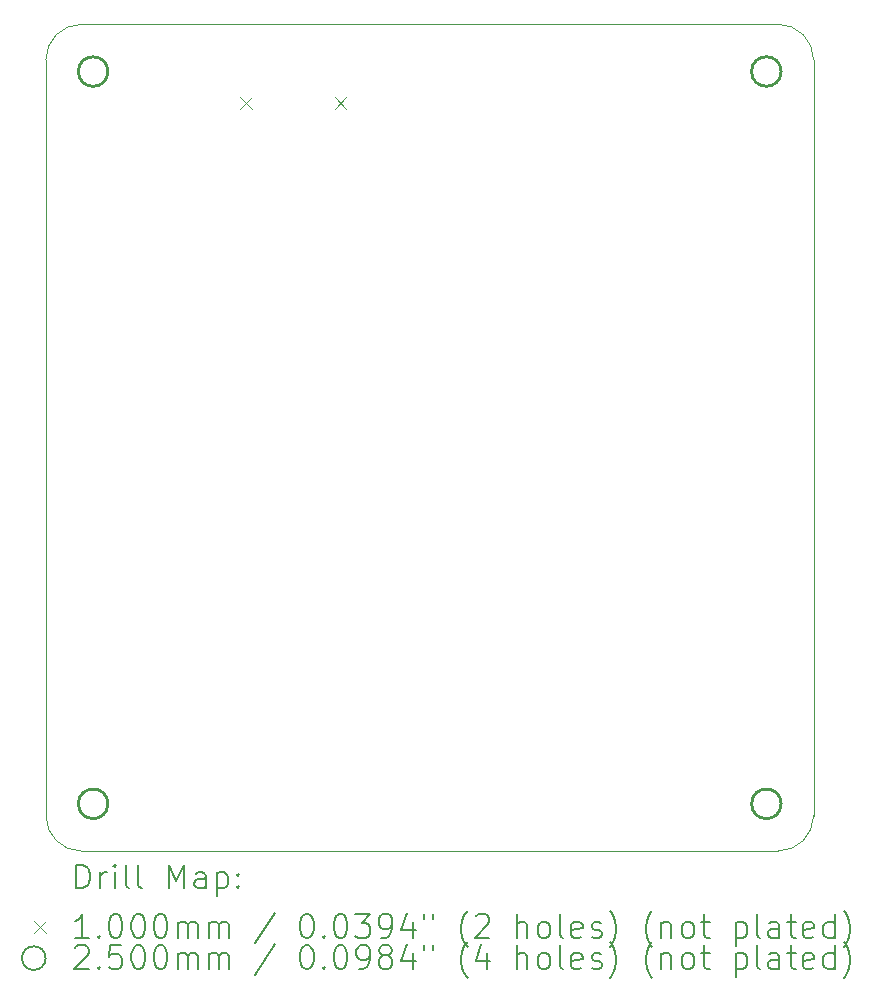
<source format=gbr>
%TF.GenerationSoftware,KiCad,Pcbnew,8.0.6*%
%TF.CreationDate,2025-01-17T16:43:45-08:00*%
%TF.ProjectId,AudioLux,41756469-6f4c-4757-982e-6b696361645f,rev?*%
%TF.SameCoordinates,Original*%
%TF.FileFunction,Drillmap*%
%TF.FilePolarity,Positive*%
%FSLAX45Y45*%
G04 Gerber Fmt 4.5, Leading zero omitted, Abs format (unit mm)*
G04 Created by KiCad (PCBNEW 8.0.6) date 2025-01-17 16:43:45*
%MOMM*%
%LPD*%
G01*
G04 APERTURE LIST*
%ADD10C,0.050000*%
%ADD11C,0.200000*%
%ADD12C,0.100000*%
%ADD13C,0.250000*%
G04 APERTURE END LIST*
D10*
X16500000Y-11700000D02*
G75*
G02*
X16200000Y-12000000I-300000J0D01*
G01*
X16500000Y-5300000D02*
X16500000Y-11700000D01*
X10300000Y-12000000D02*
G75*
G02*
X10000000Y-11700000I0J300000D01*
G01*
X10000000Y-5300000D02*
G75*
G02*
X10300000Y-5000000I300000J0D01*
G01*
X16200000Y-5000000D02*
G75*
G02*
X16500000Y-5300000I0J-300000D01*
G01*
X10300000Y-5000000D02*
X16200000Y-5000000D01*
X10000000Y-11700000D02*
X10000000Y-5300000D01*
X16200000Y-12000000D02*
X10300000Y-12000000D01*
D11*
D12*
X11645000Y-5616250D02*
X11745000Y-5716250D01*
X11745000Y-5616250D02*
X11645000Y-5716250D01*
X12445000Y-5616250D02*
X12545000Y-5716250D01*
X12545000Y-5616250D02*
X12445000Y-5716250D01*
D13*
X10525000Y-5400000D02*
G75*
G02*
X10275000Y-5400000I-125000J0D01*
G01*
X10275000Y-5400000D02*
G75*
G02*
X10525000Y-5400000I125000J0D01*
G01*
X10525000Y-11600000D02*
G75*
G02*
X10275000Y-11600000I-125000J0D01*
G01*
X10275000Y-11600000D02*
G75*
G02*
X10525000Y-11600000I125000J0D01*
G01*
X16225000Y-5400000D02*
G75*
G02*
X15975000Y-5400000I-125000J0D01*
G01*
X15975000Y-5400000D02*
G75*
G02*
X16225000Y-5400000I125000J0D01*
G01*
X16225000Y-11600000D02*
G75*
G02*
X15975000Y-11600000I-125000J0D01*
G01*
X15975000Y-11600000D02*
G75*
G02*
X16225000Y-11600000I125000J0D01*
G01*
D11*
X10258277Y-12313984D02*
X10258277Y-12113984D01*
X10258277Y-12113984D02*
X10305896Y-12113984D01*
X10305896Y-12113984D02*
X10334467Y-12123508D01*
X10334467Y-12123508D02*
X10353515Y-12142555D01*
X10353515Y-12142555D02*
X10363039Y-12161603D01*
X10363039Y-12161603D02*
X10372563Y-12199698D01*
X10372563Y-12199698D02*
X10372563Y-12228269D01*
X10372563Y-12228269D02*
X10363039Y-12266365D01*
X10363039Y-12266365D02*
X10353515Y-12285412D01*
X10353515Y-12285412D02*
X10334467Y-12304460D01*
X10334467Y-12304460D02*
X10305896Y-12313984D01*
X10305896Y-12313984D02*
X10258277Y-12313984D01*
X10458277Y-12313984D02*
X10458277Y-12180650D01*
X10458277Y-12218746D02*
X10467801Y-12199698D01*
X10467801Y-12199698D02*
X10477324Y-12190174D01*
X10477324Y-12190174D02*
X10496372Y-12180650D01*
X10496372Y-12180650D02*
X10515420Y-12180650D01*
X10582086Y-12313984D02*
X10582086Y-12180650D01*
X10582086Y-12113984D02*
X10572563Y-12123508D01*
X10572563Y-12123508D02*
X10582086Y-12133031D01*
X10582086Y-12133031D02*
X10591610Y-12123508D01*
X10591610Y-12123508D02*
X10582086Y-12113984D01*
X10582086Y-12113984D02*
X10582086Y-12133031D01*
X10705896Y-12313984D02*
X10686848Y-12304460D01*
X10686848Y-12304460D02*
X10677324Y-12285412D01*
X10677324Y-12285412D02*
X10677324Y-12113984D01*
X10810658Y-12313984D02*
X10791610Y-12304460D01*
X10791610Y-12304460D02*
X10782086Y-12285412D01*
X10782086Y-12285412D02*
X10782086Y-12113984D01*
X11039229Y-12313984D02*
X11039229Y-12113984D01*
X11039229Y-12113984D02*
X11105896Y-12256841D01*
X11105896Y-12256841D02*
X11172563Y-12113984D01*
X11172563Y-12113984D02*
X11172563Y-12313984D01*
X11353515Y-12313984D02*
X11353515Y-12209222D01*
X11353515Y-12209222D02*
X11343991Y-12190174D01*
X11343991Y-12190174D02*
X11324943Y-12180650D01*
X11324943Y-12180650D02*
X11286848Y-12180650D01*
X11286848Y-12180650D02*
X11267801Y-12190174D01*
X11353515Y-12304460D02*
X11334467Y-12313984D01*
X11334467Y-12313984D02*
X11286848Y-12313984D01*
X11286848Y-12313984D02*
X11267801Y-12304460D01*
X11267801Y-12304460D02*
X11258277Y-12285412D01*
X11258277Y-12285412D02*
X11258277Y-12266365D01*
X11258277Y-12266365D02*
X11267801Y-12247317D01*
X11267801Y-12247317D02*
X11286848Y-12237793D01*
X11286848Y-12237793D02*
X11334467Y-12237793D01*
X11334467Y-12237793D02*
X11353515Y-12228269D01*
X11448753Y-12180650D02*
X11448753Y-12380650D01*
X11448753Y-12190174D02*
X11467801Y-12180650D01*
X11467801Y-12180650D02*
X11505896Y-12180650D01*
X11505896Y-12180650D02*
X11524943Y-12190174D01*
X11524943Y-12190174D02*
X11534467Y-12199698D01*
X11534467Y-12199698D02*
X11543991Y-12218746D01*
X11543991Y-12218746D02*
X11543991Y-12275888D01*
X11543991Y-12275888D02*
X11534467Y-12294936D01*
X11534467Y-12294936D02*
X11524943Y-12304460D01*
X11524943Y-12304460D02*
X11505896Y-12313984D01*
X11505896Y-12313984D02*
X11467801Y-12313984D01*
X11467801Y-12313984D02*
X11448753Y-12304460D01*
X11629705Y-12294936D02*
X11639229Y-12304460D01*
X11639229Y-12304460D02*
X11629705Y-12313984D01*
X11629705Y-12313984D02*
X11620182Y-12304460D01*
X11620182Y-12304460D02*
X11629705Y-12294936D01*
X11629705Y-12294936D02*
X11629705Y-12313984D01*
X11629705Y-12190174D02*
X11639229Y-12199698D01*
X11639229Y-12199698D02*
X11629705Y-12209222D01*
X11629705Y-12209222D02*
X11620182Y-12199698D01*
X11620182Y-12199698D02*
X11629705Y-12190174D01*
X11629705Y-12190174D02*
X11629705Y-12209222D01*
D12*
X9897500Y-12592500D02*
X9997500Y-12692500D01*
X9997500Y-12592500D02*
X9897500Y-12692500D01*
D11*
X10363039Y-12733984D02*
X10248753Y-12733984D01*
X10305896Y-12733984D02*
X10305896Y-12533984D01*
X10305896Y-12533984D02*
X10286848Y-12562555D01*
X10286848Y-12562555D02*
X10267801Y-12581603D01*
X10267801Y-12581603D02*
X10248753Y-12591127D01*
X10448753Y-12714936D02*
X10458277Y-12724460D01*
X10458277Y-12724460D02*
X10448753Y-12733984D01*
X10448753Y-12733984D02*
X10439229Y-12724460D01*
X10439229Y-12724460D02*
X10448753Y-12714936D01*
X10448753Y-12714936D02*
X10448753Y-12733984D01*
X10582086Y-12533984D02*
X10601134Y-12533984D01*
X10601134Y-12533984D02*
X10620182Y-12543508D01*
X10620182Y-12543508D02*
X10629705Y-12553031D01*
X10629705Y-12553031D02*
X10639229Y-12572079D01*
X10639229Y-12572079D02*
X10648753Y-12610174D01*
X10648753Y-12610174D02*
X10648753Y-12657793D01*
X10648753Y-12657793D02*
X10639229Y-12695888D01*
X10639229Y-12695888D02*
X10629705Y-12714936D01*
X10629705Y-12714936D02*
X10620182Y-12724460D01*
X10620182Y-12724460D02*
X10601134Y-12733984D01*
X10601134Y-12733984D02*
X10582086Y-12733984D01*
X10582086Y-12733984D02*
X10563039Y-12724460D01*
X10563039Y-12724460D02*
X10553515Y-12714936D01*
X10553515Y-12714936D02*
X10543991Y-12695888D01*
X10543991Y-12695888D02*
X10534467Y-12657793D01*
X10534467Y-12657793D02*
X10534467Y-12610174D01*
X10534467Y-12610174D02*
X10543991Y-12572079D01*
X10543991Y-12572079D02*
X10553515Y-12553031D01*
X10553515Y-12553031D02*
X10563039Y-12543508D01*
X10563039Y-12543508D02*
X10582086Y-12533984D01*
X10772563Y-12533984D02*
X10791610Y-12533984D01*
X10791610Y-12533984D02*
X10810658Y-12543508D01*
X10810658Y-12543508D02*
X10820182Y-12553031D01*
X10820182Y-12553031D02*
X10829705Y-12572079D01*
X10829705Y-12572079D02*
X10839229Y-12610174D01*
X10839229Y-12610174D02*
X10839229Y-12657793D01*
X10839229Y-12657793D02*
X10829705Y-12695888D01*
X10829705Y-12695888D02*
X10820182Y-12714936D01*
X10820182Y-12714936D02*
X10810658Y-12724460D01*
X10810658Y-12724460D02*
X10791610Y-12733984D01*
X10791610Y-12733984D02*
X10772563Y-12733984D01*
X10772563Y-12733984D02*
X10753515Y-12724460D01*
X10753515Y-12724460D02*
X10743991Y-12714936D01*
X10743991Y-12714936D02*
X10734467Y-12695888D01*
X10734467Y-12695888D02*
X10724944Y-12657793D01*
X10724944Y-12657793D02*
X10724944Y-12610174D01*
X10724944Y-12610174D02*
X10734467Y-12572079D01*
X10734467Y-12572079D02*
X10743991Y-12553031D01*
X10743991Y-12553031D02*
X10753515Y-12543508D01*
X10753515Y-12543508D02*
X10772563Y-12533984D01*
X10963039Y-12533984D02*
X10982086Y-12533984D01*
X10982086Y-12533984D02*
X11001134Y-12543508D01*
X11001134Y-12543508D02*
X11010658Y-12553031D01*
X11010658Y-12553031D02*
X11020182Y-12572079D01*
X11020182Y-12572079D02*
X11029705Y-12610174D01*
X11029705Y-12610174D02*
X11029705Y-12657793D01*
X11029705Y-12657793D02*
X11020182Y-12695888D01*
X11020182Y-12695888D02*
X11010658Y-12714936D01*
X11010658Y-12714936D02*
X11001134Y-12724460D01*
X11001134Y-12724460D02*
X10982086Y-12733984D01*
X10982086Y-12733984D02*
X10963039Y-12733984D01*
X10963039Y-12733984D02*
X10943991Y-12724460D01*
X10943991Y-12724460D02*
X10934467Y-12714936D01*
X10934467Y-12714936D02*
X10924944Y-12695888D01*
X10924944Y-12695888D02*
X10915420Y-12657793D01*
X10915420Y-12657793D02*
X10915420Y-12610174D01*
X10915420Y-12610174D02*
X10924944Y-12572079D01*
X10924944Y-12572079D02*
X10934467Y-12553031D01*
X10934467Y-12553031D02*
X10943991Y-12543508D01*
X10943991Y-12543508D02*
X10963039Y-12533984D01*
X11115420Y-12733984D02*
X11115420Y-12600650D01*
X11115420Y-12619698D02*
X11124944Y-12610174D01*
X11124944Y-12610174D02*
X11143991Y-12600650D01*
X11143991Y-12600650D02*
X11172563Y-12600650D01*
X11172563Y-12600650D02*
X11191610Y-12610174D01*
X11191610Y-12610174D02*
X11201134Y-12629222D01*
X11201134Y-12629222D02*
X11201134Y-12733984D01*
X11201134Y-12629222D02*
X11210658Y-12610174D01*
X11210658Y-12610174D02*
X11229705Y-12600650D01*
X11229705Y-12600650D02*
X11258277Y-12600650D01*
X11258277Y-12600650D02*
X11277324Y-12610174D01*
X11277324Y-12610174D02*
X11286848Y-12629222D01*
X11286848Y-12629222D02*
X11286848Y-12733984D01*
X11382086Y-12733984D02*
X11382086Y-12600650D01*
X11382086Y-12619698D02*
X11391610Y-12610174D01*
X11391610Y-12610174D02*
X11410658Y-12600650D01*
X11410658Y-12600650D02*
X11439229Y-12600650D01*
X11439229Y-12600650D02*
X11458277Y-12610174D01*
X11458277Y-12610174D02*
X11467801Y-12629222D01*
X11467801Y-12629222D02*
X11467801Y-12733984D01*
X11467801Y-12629222D02*
X11477324Y-12610174D01*
X11477324Y-12610174D02*
X11496372Y-12600650D01*
X11496372Y-12600650D02*
X11524943Y-12600650D01*
X11524943Y-12600650D02*
X11543991Y-12610174D01*
X11543991Y-12610174D02*
X11553515Y-12629222D01*
X11553515Y-12629222D02*
X11553515Y-12733984D01*
X11943991Y-12524460D02*
X11772563Y-12781603D01*
X12201134Y-12533984D02*
X12220182Y-12533984D01*
X12220182Y-12533984D02*
X12239229Y-12543508D01*
X12239229Y-12543508D02*
X12248753Y-12553031D01*
X12248753Y-12553031D02*
X12258277Y-12572079D01*
X12258277Y-12572079D02*
X12267801Y-12610174D01*
X12267801Y-12610174D02*
X12267801Y-12657793D01*
X12267801Y-12657793D02*
X12258277Y-12695888D01*
X12258277Y-12695888D02*
X12248753Y-12714936D01*
X12248753Y-12714936D02*
X12239229Y-12724460D01*
X12239229Y-12724460D02*
X12220182Y-12733984D01*
X12220182Y-12733984D02*
X12201134Y-12733984D01*
X12201134Y-12733984D02*
X12182086Y-12724460D01*
X12182086Y-12724460D02*
X12172563Y-12714936D01*
X12172563Y-12714936D02*
X12163039Y-12695888D01*
X12163039Y-12695888D02*
X12153515Y-12657793D01*
X12153515Y-12657793D02*
X12153515Y-12610174D01*
X12153515Y-12610174D02*
X12163039Y-12572079D01*
X12163039Y-12572079D02*
X12172563Y-12553031D01*
X12172563Y-12553031D02*
X12182086Y-12543508D01*
X12182086Y-12543508D02*
X12201134Y-12533984D01*
X12353515Y-12714936D02*
X12363039Y-12724460D01*
X12363039Y-12724460D02*
X12353515Y-12733984D01*
X12353515Y-12733984D02*
X12343991Y-12724460D01*
X12343991Y-12724460D02*
X12353515Y-12714936D01*
X12353515Y-12714936D02*
X12353515Y-12733984D01*
X12486848Y-12533984D02*
X12505896Y-12533984D01*
X12505896Y-12533984D02*
X12524944Y-12543508D01*
X12524944Y-12543508D02*
X12534467Y-12553031D01*
X12534467Y-12553031D02*
X12543991Y-12572079D01*
X12543991Y-12572079D02*
X12553515Y-12610174D01*
X12553515Y-12610174D02*
X12553515Y-12657793D01*
X12553515Y-12657793D02*
X12543991Y-12695888D01*
X12543991Y-12695888D02*
X12534467Y-12714936D01*
X12534467Y-12714936D02*
X12524944Y-12724460D01*
X12524944Y-12724460D02*
X12505896Y-12733984D01*
X12505896Y-12733984D02*
X12486848Y-12733984D01*
X12486848Y-12733984D02*
X12467801Y-12724460D01*
X12467801Y-12724460D02*
X12458277Y-12714936D01*
X12458277Y-12714936D02*
X12448753Y-12695888D01*
X12448753Y-12695888D02*
X12439229Y-12657793D01*
X12439229Y-12657793D02*
X12439229Y-12610174D01*
X12439229Y-12610174D02*
X12448753Y-12572079D01*
X12448753Y-12572079D02*
X12458277Y-12553031D01*
X12458277Y-12553031D02*
X12467801Y-12543508D01*
X12467801Y-12543508D02*
X12486848Y-12533984D01*
X12620182Y-12533984D02*
X12743991Y-12533984D01*
X12743991Y-12533984D02*
X12677325Y-12610174D01*
X12677325Y-12610174D02*
X12705896Y-12610174D01*
X12705896Y-12610174D02*
X12724944Y-12619698D01*
X12724944Y-12619698D02*
X12734467Y-12629222D01*
X12734467Y-12629222D02*
X12743991Y-12648269D01*
X12743991Y-12648269D02*
X12743991Y-12695888D01*
X12743991Y-12695888D02*
X12734467Y-12714936D01*
X12734467Y-12714936D02*
X12724944Y-12724460D01*
X12724944Y-12724460D02*
X12705896Y-12733984D01*
X12705896Y-12733984D02*
X12648753Y-12733984D01*
X12648753Y-12733984D02*
X12629706Y-12724460D01*
X12629706Y-12724460D02*
X12620182Y-12714936D01*
X12839229Y-12733984D02*
X12877325Y-12733984D01*
X12877325Y-12733984D02*
X12896372Y-12724460D01*
X12896372Y-12724460D02*
X12905896Y-12714936D01*
X12905896Y-12714936D02*
X12924944Y-12686365D01*
X12924944Y-12686365D02*
X12934467Y-12648269D01*
X12934467Y-12648269D02*
X12934467Y-12572079D01*
X12934467Y-12572079D02*
X12924944Y-12553031D01*
X12924944Y-12553031D02*
X12915420Y-12543508D01*
X12915420Y-12543508D02*
X12896372Y-12533984D01*
X12896372Y-12533984D02*
X12858277Y-12533984D01*
X12858277Y-12533984D02*
X12839229Y-12543508D01*
X12839229Y-12543508D02*
X12829706Y-12553031D01*
X12829706Y-12553031D02*
X12820182Y-12572079D01*
X12820182Y-12572079D02*
X12820182Y-12619698D01*
X12820182Y-12619698D02*
X12829706Y-12638746D01*
X12829706Y-12638746D02*
X12839229Y-12648269D01*
X12839229Y-12648269D02*
X12858277Y-12657793D01*
X12858277Y-12657793D02*
X12896372Y-12657793D01*
X12896372Y-12657793D02*
X12915420Y-12648269D01*
X12915420Y-12648269D02*
X12924944Y-12638746D01*
X12924944Y-12638746D02*
X12934467Y-12619698D01*
X13105896Y-12600650D02*
X13105896Y-12733984D01*
X13058277Y-12524460D02*
X13010658Y-12667317D01*
X13010658Y-12667317D02*
X13134467Y-12667317D01*
X13201134Y-12533984D02*
X13201134Y-12572079D01*
X13277325Y-12533984D02*
X13277325Y-12572079D01*
X13572563Y-12810174D02*
X13563039Y-12800650D01*
X13563039Y-12800650D02*
X13543991Y-12772079D01*
X13543991Y-12772079D02*
X13534468Y-12753031D01*
X13534468Y-12753031D02*
X13524944Y-12724460D01*
X13524944Y-12724460D02*
X13515420Y-12676841D01*
X13515420Y-12676841D02*
X13515420Y-12638746D01*
X13515420Y-12638746D02*
X13524944Y-12591127D01*
X13524944Y-12591127D02*
X13534468Y-12562555D01*
X13534468Y-12562555D02*
X13543991Y-12543508D01*
X13543991Y-12543508D02*
X13563039Y-12514936D01*
X13563039Y-12514936D02*
X13572563Y-12505412D01*
X13639229Y-12553031D02*
X13648753Y-12543508D01*
X13648753Y-12543508D02*
X13667801Y-12533984D01*
X13667801Y-12533984D02*
X13715420Y-12533984D01*
X13715420Y-12533984D02*
X13734468Y-12543508D01*
X13734468Y-12543508D02*
X13743991Y-12553031D01*
X13743991Y-12553031D02*
X13753515Y-12572079D01*
X13753515Y-12572079D02*
X13753515Y-12591127D01*
X13753515Y-12591127D02*
X13743991Y-12619698D01*
X13743991Y-12619698D02*
X13629706Y-12733984D01*
X13629706Y-12733984D02*
X13753515Y-12733984D01*
X13991610Y-12733984D02*
X13991610Y-12533984D01*
X14077325Y-12733984D02*
X14077325Y-12629222D01*
X14077325Y-12629222D02*
X14067801Y-12610174D01*
X14067801Y-12610174D02*
X14048753Y-12600650D01*
X14048753Y-12600650D02*
X14020182Y-12600650D01*
X14020182Y-12600650D02*
X14001134Y-12610174D01*
X14001134Y-12610174D02*
X13991610Y-12619698D01*
X14201134Y-12733984D02*
X14182087Y-12724460D01*
X14182087Y-12724460D02*
X14172563Y-12714936D01*
X14172563Y-12714936D02*
X14163039Y-12695888D01*
X14163039Y-12695888D02*
X14163039Y-12638746D01*
X14163039Y-12638746D02*
X14172563Y-12619698D01*
X14172563Y-12619698D02*
X14182087Y-12610174D01*
X14182087Y-12610174D02*
X14201134Y-12600650D01*
X14201134Y-12600650D02*
X14229706Y-12600650D01*
X14229706Y-12600650D02*
X14248753Y-12610174D01*
X14248753Y-12610174D02*
X14258277Y-12619698D01*
X14258277Y-12619698D02*
X14267801Y-12638746D01*
X14267801Y-12638746D02*
X14267801Y-12695888D01*
X14267801Y-12695888D02*
X14258277Y-12714936D01*
X14258277Y-12714936D02*
X14248753Y-12724460D01*
X14248753Y-12724460D02*
X14229706Y-12733984D01*
X14229706Y-12733984D02*
X14201134Y-12733984D01*
X14382087Y-12733984D02*
X14363039Y-12724460D01*
X14363039Y-12724460D02*
X14353515Y-12705412D01*
X14353515Y-12705412D02*
X14353515Y-12533984D01*
X14534468Y-12724460D02*
X14515420Y-12733984D01*
X14515420Y-12733984D02*
X14477325Y-12733984D01*
X14477325Y-12733984D02*
X14458277Y-12724460D01*
X14458277Y-12724460D02*
X14448753Y-12705412D01*
X14448753Y-12705412D02*
X14448753Y-12629222D01*
X14448753Y-12629222D02*
X14458277Y-12610174D01*
X14458277Y-12610174D02*
X14477325Y-12600650D01*
X14477325Y-12600650D02*
X14515420Y-12600650D01*
X14515420Y-12600650D02*
X14534468Y-12610174D01*
X14534468Y-12610174D02*
X14543991Y-12629222D01*
X14543991Y-12629222D02*
X14543991Y-12648269D01*
X14543991Y-12648269D02*
X14448753Y-12667317D01*
X14620182Y-12724460D02*
X14639230Y-12733984D01*
X14639230Y-12733984D02*
X14677325Y-12733984D01*
X14677325Y-12733984D02*
X14696372Y-12724460D01*
X14696372Y-12724460D02*
X14705896Y-12705412D01*
X14705896Y-12705412D02*
X14705896Y-12695888D01*
X14705896Y-12695888D02*
X14696372Y-12676841D01*
X14696372Y-12676841D02*
X14677325Y-12667317D01*
X14677325Y-12667317D02*
X14648753Y-12667317D01*
X14648753Y-12667317D02*
X14629706Y-12657793D01*
X14629706Y-12657793D02*
X14620182Y-12638746D01*
X14620182Y-12638746D02*
X14620182Y-12629222D01*
X14620182Y-12629222D02*
X14629706Y-12610174D01*
X14629706Y-12610174D02*
X14648753Y-12600650D01*
X14648753Y-12600650D02*
X14677325Y-12600650D01*
X14677325Y-12600650D02*
X14696372Y-12610174D01*
X14772563Y-12810174D02*
X14782087Y-12800650D01*
X14782087Y-12800650D02*
X14801134Y-12772079D01*
X14801134Y-12772079D02*
X14810658Y-12753031D01*
X14810658Y-12753031D02*
X14820182Y-12724460D01*
X14820182Y-12724460D02*
X14829706Y-12676841D01*
X14829706Y-12676841D02*
X14829706Y-12638746D01*
X14829706Y-12638746D02*
X14820182Y-12591127D01*
X14820182Y-12591127D02*
X14810658Y-12562555D01*
X14810658Y-12562555D02*
X14801134Y-12543508D01*
X14801134Y-12543508D02*
X14782087Y-12514936D01*
X14782087Y-12514936D02*
X14772563Y-12505412D01*
X15134468Y-12810174D02*
X15124944Y-12800650D01*
X15124944Y-12800650D02*
X15105896Y-12772079D01*
X15105896Y-12772079D02*
X15096372Y-12753031D01*
X15096372Y-12753031D02*
X15086849Y-12724460D01*
X15086849Y-12724460D02*
X15077325Y-12676841D01*
X15077325Y-12676841D02*
X15077325Y-12638746D01*
X15077325Y-12638746D02*
X15086849Y-12591127D01*
X15086849Y-12591127D02*
X15096372Y-12562555D01*
X15096372Y-12562555D02*
X15105896Y-12543508D01*
X15105896Y-12543508D02*
X15124944Y-12514936D01*
X15124944Y-12514936D02*
X15134468Y-12505412D01*
X15210658Y-12600650D02*
X15210658Y-12733984D01*
X15210658Y-12619698D02*
X15220182Y-12610174D01*
X15220182Y-12610174D02*
X15239230Y-12600650D01*
X15239230Y-12600650D02*
X15267801Y-12600650D01*
X15267801Y-12600650D02*
X15286849Y-12610174D01*
X15286849Y-12610174D02*
X15296372Y-12629222D01*
X15296372Y-12629222D02*
X15296372Y-12733984D01*
X15420182Y-12733984D02*
X15401134Y-12724460D01*
X15401134Y-12724460D02*
X15391611Y-12714936D01*
X15391611Y-12714936D02*
X15382087Y-12695888D01*
X15382087Y-12695888D02*
X15382087Y-12638746D01*
X15382087Y-12638746D02*
X15391611Y-12619698D01*
X15391611Y-12619698D02*
X15401134Y-12610174D01*
X15401134Y-12610174D02*
X15420182Y-12600650D01*
X15420182Y-12600650D02*
X15448753Y-12600650D01*
X15448753Y-12600650D02*
X15467801Y-12610174D01*
X15467801Y-12610174D02*
X15477325Y-12619698D01*
X15477325Y-12619698D02*
X15486849Y-12638746D01*
X15486849Y-12638746D02*
X15486849Y-12695888D01*
X15486849Y-12695888D02*
X15477325Y-12714936D01*
X15477325Y-12714936D02*
X15467801Y-12724460D01*
X15467801Y-12724460D02*
X15448753Y-12733984D01*
X15448753Y-12733984D02*
X15420182Y-12733984D01*
X15543992Y-12600650D02*
X15620182Y-12600650D01*
X15572563Y-12533984D02*
X15572563Y-12705412D01*
X15572563Y-12705412D02*
X15582087Y-12724460D01*
X15582087Y-12724460D02*
X15601134Y-12733984D01*
X15601134Y-12733984D02*
X15620182Y-12733984D01*
X15839230Y-12600650D02*
X15839230Y-12800650D01*
X15839230Y-12610174D02*
X15858277Y-12600650D01*
X15858277Y-12600650D02*
X15896373Y-12600650D01*
X15896373Y-12600650D02*
X15915420Y-12610174D01*
X15915420Y-12610174D02*
X15924944Y-12619698D01*
X15924944Y-12619698D02*
X15934468Y-12638746D01*
X15934468Y-12638746D02*
X15934468Y-12695888D01*
X15934468Y-12695888D02*
X15924944Y-12714936D01*
X15924944Y-12714936D02*
X15915420Y-12724460D01*
X15915420Y-12724460D02*
X15896373Y-12733984D01*
X15896373Y-12733984D02*
X15858277Y-12733984D01*
X15858277Y-12733984D02*
X15839230Y-12724460D01*
X16048753Y-12733984D02*
X16029706Y-12724460D01*
X16029706Y-12724460D02*
X16020182Y-12705412D01*
X16020182Y-12705412D02*
X16020182Y-12533984D01*
X16210658Y-12733984D02*
X16210658Y-12629222D01*
X16210658Y-12629222D02*
X16201134Y-12610174D01*
X16201134Y-12610174D02*
X16182087Y-12600650D01*
X16182087Y-12600650D02*
X16143992Y-12600650D01*
X16143992Y-12600650D02*
X16124944Y-12610174D01*
X16210658Y-12724460D02*
X16191611Y-12733984D01*
X16191611Y-12733984D02*
X16143992Y-12733984D01*
X16143992Y-12733984D02*
X16124944Y-12724460D01*
X16124944Y-12724460D02*
X16115420Y-12705412D01*
X16115420Y-12705412D02*
X16115420Y-12686365D01*
X16115420Y-12686365D02*
X16124944Y-12667317D01*
X16124944Y-12667317D02*
X16143992Y-12657793D01*
X16143992Y-12657793D02*
X16191611Y-12657793D01*
X16191611Y-12657793D02*
X16210658Y-12648269D01*
X16277325Y-12600650D02*
X16353515Y-12600650D01*
X16305896Y-12533984D02*
X16305896Y-12705412D01*
X16305896Y-12705412D02*
X16315420Y-12724460D01*
X16315420Y-12724460D02*
X16334468Y-12733984D01*
X16334468Y-12733984D02*
X16353515Y-12733984D01*
X16496373Y-12724460D02*
X16477325Y-12733984D01*
X16477325Y-12733984D02*
X16439230Y-12733984D01*
X16439230Y-12733984D02*
X16420182Y-12724460D01*
X16420182Y-12724460D02*
X16410658Y-12705412D01*
X16410658Y-12705412D02*
X16410658Y-12629222D01*
X16410658Y-12629222D02*
X16420182Y-12610174D01*
X16420182Y-12610174D02*
X16439230Y-12600650D01*
X16439230Y-12600650D02*
X16477325Y-12600650D01*
X16477325Y-12600650D02*
X16496373Y-12610174D01*
X16496373Y-12610174D02*
X16505896Y-12629222D01*
X16505896Y-12629222D02*
X16505896Y-12648269D01*
X16505896Y-12648269D02*
X16410658Y-12667317D01*
X16677325Y-12733984D02*
X16677325Y-12533984D01*
X16677325Y-12724460D02*
X16658277Y-12733984D01*
X16658277Y-12733984D02*
X16620182Y-12733984D01*
X16620182Y-12733984D02*
X16601134Y-12724460D01*
X16601134Y-12724460D02*
X16591611Y-12714936D01*
X16591611Y-12714936D02*
X16582087Y-12695888D01*
X16582087Y-12695888D02*
X16582087Y-12638746D01*
X16582087Y-12638746D02*
X16591611Y-12619698D01*
X16591611Y-12619698D02*
X16601134Y-12610174D01*
X16601134Y-12610174D02*
X16620182Y-12600650D01*
X16620182Y-12600650D02*
X16658277Y-12600650D01*
X16658277Y-12600650D02*
X16677325Y-12610174D01*
X16753515Y-12810174D02*
X16763039Y-12800650D01*
X16763039Y-12800650D02*
X16782087Y-12772079D01*
X16782087Y-12772079D02*
X16791611Y-12753031D01*
X16791611Y-12753031D02*
X16801135Y-12724460D01*
X16801135Y-12724460D02*
X16810658Y-12676841D01*
X16810658Y-12676841D02*
X16810658Y-12638746D01*
X16810658Y-12638746D02*
X16801135Y-12591127D01*
X16801135Y-12591127D02*
X16791611Y-12562555D01*
X16791611Y-12562555D02*
X16782087Y-12543508D01*
X16782087Y-12543508D02*
X16763039Y-12514936D01*
X16763039Y-12514936D02*
X16753515Y-12505412D01*
X9997500Y-12906500D02*
G75*
G02*
X9797500Y-12906500I-100000J0D01*
G01*
X9797500Y-12906500D02*
G75*
G02*
X9997500Y-12906500I100000J0D01*
G01*
X10248753Y-12817031D02*
X10258277Y-12807508D01*
X10258277Y-12807508D02*
X10277324Y-12797984D01*
X10277324Y-12797984D02*
X10324944Y-12797984D01*
X10324944Y-12797984D02*
X10343991Y-12807508D01*
X10343991Y-12807508D02*
X10353515Y-12817031D01*
X10353515Y-12817031D02*
X10363039Y-12836079D01*
X10363039Y-12836079D02*
X10363039Y-12855127D01*
X10363039Y-12855127D02*
X10353515Y-12883698D01*
X10353515Y-12883698D02*
X10239229Y-12997984D01*
X10239229Y-12997984D02*
X10363039Y-12997984D01*
X10448753Y-12978936D02*
X10458277Y-12988460D01*
X10458277Y-12988460D02*
X10448753Y-12997984D01*
X10448753Y-12997984D02*
X10439229Y-12988460D01*
X10439229Y-12988460D02*
X10448753Y-12978936D01*
X10448753Y-12978936D02*
X10448753Y-12997984D01*
X10639229Y-12797984D02*
X10543991Y-12797984D01*
X10543991Y-12797984D02*
X10534467Y-12893222D01*
X10534467Y-12893222D02*
X10543991Y-12883698D01*
X10543991Y-12883698D02*
X10563039Y-12874174D01*
X10563039Y-12874174D02*
X10610658Y-12874174D01*
X10610658Y-12874174D02*
X10629705Y-12883698D01*
X10629705Y-12883698D02*
X10639229Y-12893222D01*
X10639229Y-12893222D02*
X10648753Y-12912269D01*
X10648753Y-12912269D02*
X10648753Y-12959888D01*
X10648753Y-12959888D02*
X10639229Y-12978936D01*
X10639229Y-12978936D02*
X10629705Y-12988460D01*
X10629705Y-12988460D02*
X10610658Y-12997984D01*
X10610658Y-12997984D02*
X10563039Y-12997984D01*
X10563039Y-12997984D02*
X10543991Y-12988460D01*
X10543991Y-12988460D02*
X10534467Y-12978936D01*
X10772563Y-12797984D02*
X10791610Y-12797984D01*
X10791610Y-12797984D02*
X10810658Y-12807508D01*
X10810658Y-12807508D02*
X10820182Y-12817031D01*
X10820182Y-12817031D02*
X10829705Y-12836079D01*
X10829705Y-12836079D02*
X10839229Y-12874174D01*
X10839229Y-12874174D02*
X10839229Y-12921793D01*
X10839229Y-12921793D02*
X10829705Y-12959888D01*
X10829705Y-12959888D02*
X10820182Y-12978936D01*
X10820182Y-12978936D02*
X10810658Y-12988460D01*
X10810658Y-12988460D02*
X10791610Y-12997984D01*
X10791610Y-12997984D02*
X10772563Y-12997984D01*
X10772563Y-12997984D02*
X10753515Y-12988460D01*
X10753515Y-12988460D02*
X10743991Y-12978936D01*
X10743991Y-12978936D02*
X10734467Y-12959888D01*
X10734467Y-12959888D02*
X10724944Y-12921793D01*
X10724944Y-12921793D02*
X10724944Y-12874174D01*
X10724944Y-12874174D02*
X10734467Y-12836079D01*
X10734467Y-12836079D02*
X10743991Y-12817031D01*
X10743991Y-12817031D02*
X10753515Y-12807508D01*
X10753515Y-12807508D02*
X10772563Y-12797984D01*
X10963039Y-12797984D02*
X10982086Y-12797984D01*
X10982086Y-12797984D02*
X11001134Y-12807508D01*
X11001134Y-12807508D02*
X11010658Y-12817031D01*
X11010658Y-12817031D02*
X11020182Y-12836079D01*
X11020182Y-12836079D02*
X11029705Y-12874174D01*
X11029705Y-12874174D02*
X11029705Y-12921793D01*
X11029705Y-12921793D02*
X11020182Y-12959888D01*
X11020182Y-12959888D02*
X11010658Y-12978936D01*
X11010658Y-12978936D02*
X11001134Y-12988460D01*
X11001134Y-12988460D02*
X10982086Y-12997984D01*
X10982086Y-12997984D02*
X10963039Y-12997984D01*
X10963039Y-12997984D02*
X10943991Y-12988460D01*
X10943991Y-12988460D02*
X10934467Y-12978936D01*
X10934467Y-12978936D02*
X10924944Y-12959888D01*
X10924944Y-12959888D02*
X10915420Y-12921793D01*
X10915420Y-12921793D02*
X10915420Y-12874174D01*
X10915420Y-12874174D02*
X10924944Y-12836079D01*
X10924944Y-12836079D02*
X10934467Y-12817031D01*
X10934467Y-12817031D02*
X10943991Y-12807508D01*
X10943991Y-12807508D02*
X10963039Y-12797984D01*
X11115420Y-12997984D02*
X11115420Y-12864650D01*
X11115420Y-12883698D02*
X11124944Y-12874174D01*
X11124944Y-12874174D02*
X11143991Y-12864650D01*
X11143991Y-12864650D02*
X11172563Y-12864650D01*
X11172563Y-12864650D02*
X11191610Y-12874174D01*
X11191610Y-12874174D02*
X11201134Y-12893222D01*
X11201134Y-12893222D02*
X11201134Y-12997984D01*
X11201134Y-12893222D02*
X11210658Y-12874174D01*
X11210658Y-12874174D02*
X11229705Y-12864650D01*
X11229705Y-12864650D02*
X11258277Y-12864650D01*
X11258277Y-12864650D02*
X11277324Y-12874174D01*
X11277324Y-12874174D02*
X11286848Y-12893222D01*
X11286848Y-12893222D02*
X11286848Y-12997984D01*
X11382086Y-12997984D02*
X11382086Y-12864650D01*
X11382086Y-12883698D02*
X11391610Y-12874174D01*
X11391610Y-12874174D02*
X11410658Y-12864650D01*
X11410658Y-12864650D02*
X11439229Y-12864650D01*
X11439229Y-12864650D02*
X11458277Y-12874174D01*
X11458277Y-12874174D02*
X11467801Y-12893222D01*
X11467801Y-12893222D02*
X11467801Y-12997984D01*
X11467801Y-12893222D02*
X11477324Y-12874174D01*
X11477324Y-12874174D02*
X11496372Y-12864650D01*
X11496372Y-12864650D02*
X11524943Y-12864650D01*
X11524943Y-12864650D02*
X11543991Y-12874174D01*
X11543991Y-12874174D02*
X11553515Y-12893222D01*
X11553515Y-12893222D02*
X11553515Y-12997984D01*
X11943991Y-12788460D02*
X11772563Y-13045603D01*
X12201134Y-12797984D02*
X12220182Y-12797984D01*
X12220182Y-12797984D02*
X12239229Y-12807508D01*
X12239229Y-12807508D02*
X12248753Y-12817031D01*
X12248753Y-12817031D02*
X12258277Y-12836079D01*
X12258277Y-12836079D02*
X12267801Y-12874174D01*
X12267801Y-12874174D02*
X12267801Y-12921793D01*
X12267801Y-12921793D02*
X12258277Y-12959888D01*
X12258277Y-12959888D02*
X12248753Y-12978936D01*
X12248753Y-12978936D02*
X12239229Y-12988460D01*
X12239229Y-12988460D02*
X12220182Y-12997984D01*
X12220182Y-12997984D02*
X12201134Y-12997984D01*
X12201134Y-12997984D02*
X12182086Y-12988460D01*
X12182086Y-12988460D02*
X12172563Y-12978936D01*
X12172563Y-12978936D02*
X12163039Y-12959888D01*
X12163039Y-12959888D02*
X12153515Y-12921793D01*
X12153515Y-12921793D02*
X12153515Y-12874174D01*
X12153515Y-12874174D02*
X12163039Y-12836079D01*
X12163039Y-12836079D02*
X12172563Y-12817031D01*
X12172563Y-12817031D02*
X12182086Y-12807508D01*
X12182086Y-12807508D02*
X12201134Y-12797984D01*
X12353515Y-12978936D02*
X12363039Y-12988460D01*
X12363039Y-12988460D02*
X12353515Y-12997984D01*
X12353515Y-12997984D02*
X12343991Y-12988460D01*
X12343991Y-12988460D02*
X12353515Y-12978936D01*
X12353515Y-12978936D02*
X12353515Y-12997984D01*
X12486848Y-12797984D02*
X12505896Y-12797984D01*
X12505896Y-12797984D02*
X12524944Y-12807508D01*
X12524944Y-12807508D02*
X12534467Y-12817031D01*
X12534467Y-12817031D02*
X12543991Y-12836079D01*
X12543991Y-12836079D02*
X12553515Y-12874174D01*
X12553515Y-12874174D02*
X12553515Y-12921793D01*
X12553515Y-12921793D02*
X12543991Y-12959888D01*
X12543991Y-12959888D02*
X12534467Y-12978936D01*
X12534467Y-12978936D02*
X12524944Y-12988460D01*
X12524944Y-12988460D02*
X12505896Y-12997984D01*
X12505896Y-12997984D02*
X12486848Y-12997984D01*
X12486848Y-12997984D02*
X12467801Y-12988460D01*
X12467801Y-12988460D02*
X12458277Y-12978936D01*
X12458277Y-12978936D02*
X12448753Y-12959888D01*
X12448753Y-12959888D02*
X12439229Y-12921793D01*
X12439229Y-12921793D02*
X12439229Y-12874174D01*
X12439229Y-12874174D02*
X12448753Y-12836079D01*
X12448753Y-12836079D02*
X12458277Y-12817031D01*
X12458277Y-12817031D02*
X12467801Y-12807508D01*
X12467801Y-12807508D02*
X12486848Y-12797984D01*
X12648753Y-12997984D02*
X12686848Y-12997984D01*
X12686848Y-12997984D02*
X12705896Y-12988460D01*
X12705896Y-12988460D02*
X12715420Y-12978936D01*
X12715420Y-12978936D02*
X12734467Y-12950365D01*
X12734467Y-12950365D02*
X12743991Y-12912269D01*
X12743991Y-12912269D02*
X12743991Y-12836079D01*
X12743991Y-12836079D02*
X12734467Y-12817031D01*
X12734467Y-12817031D02*
X12724944Y-12807508D01*
X12724944Y-12807508D02*
X12705896Y-12797984D01*
X12705896Y-12797984D02*
X12667801Y-12797984D01*
X12667801Y-12797984D02*
X12648753Y-12807508D01*
X12648753Y-12807508D02*
X12639229Y-12817031D01*
X12639229Y-12817031D02*
X12629706Y-12836079D01*
X12629706Y-12836079D02*
X12629706Y-12883698D01*
X12629706Y-12883698D02*
X12639229Y-12902746D01*
X12639229Y-12902746D02*
X12648753Y-12912269D01*
X12648753Y-12912269D02*
X12667801Y-12921793D01*
X12667801Y-12921793D02*
X12705896Y-12921793D01*
X12705896Y-12921793D02*
X12724944Y-12912269D01*
X12724944Y-12912269D02*
X12734467Y-12902746D01*
X12734467Y-12902746D02*
X12743991Y-12883698D01*
X12858277Y-12883698D02*
X12839229Y-12874174D01*
X12839229Y-12874174D02*
X12829706Y-12864650D01*
X12829706Y-12864650D02*
X12820182Y-12845603D01*
X12820182Y-12845603D02*
X12820182Y-12836079D01*
X12820182Y-12836079D02*
X12829706Y-12817031D01*
X12829706Y-12817031D02*
X12839229Y-12807508D01*
X12839229Y-12807508D02*
X12858277Y-12797984D01*
X12858277Y-12797984D02*
X12896372Y-12797984D01*
X12896372Y-12797984D02*
X12915420Y-12807508D01*
X12915420Y-12807508D02*
X12924944Y-12817031D01*
X12924944Y-12817031D02*
X12934467Y-12836079D01*
X12934467Y-12836079D02*
X12934467Y-12845603D01*
X12934467Y-12845603D02*
X12924944Y-12864650D01*
X12924944Y-12864650D02*
X12915420Y-12874174D01*
X12915420Y-12874174D02*
X12896372Y-12883698D01*
X12896372Y-12883698D02*
X12858277Y-12883698D01*
X12858277Y-12883698D02*
X12839229Y-12893222D01*
X12839229Y-12893222D02*
X12829706Y-12902746D01*
X12829706Y-12902746D02*
X12820182Y-12921793D01*
X12820182Y-12921793D02*
X12820182Y-12959888D01*
X12820182Y-12959888D02*
X12829706Y-12978936D01*
X12829706Y-12978936D02*
X12839229Y-12988460D01*
X12839229Y-12988460D02*
X12858277Y-12997984D01*
X12858277Y-12997984D02*
X12896372Y-12997984D01*
X12896372Y-12997984D02*
X12915420Y-12988460D01*
X12915420Y-12988460D02*
X12924944Y-12978936D01*
X12924944Y-12978936D02*
X12934467Y-12959888D01*
X12934467Y-12959888D02*
X12934467Y-12921793D01*
X12934467Y-12921793D02*
X12924944Y-12902746D01*
X12924944Y-12902746D02*
X12915420Y-12893222D01*
X12915420Y-12893222D02*
X12896372Y-12883698D01*
X13105896Y-12864650D02*
X13105896Y-12997984D01*
X13058277Y-12788460D02*
X13010658Y-12931317D01*
X13010658Y-12931317D02*
X13134467Y-12931317D01*
X13201134Y-12797984D02*
X13201134Y-12836079D01*
X13277325Y-12797984D02*
X13277325Y-12836079D01*
X13572563Y-13074174D02*
X13563039Y-13064650D01*
X13563039Y-13064650D02*
X13543991Y-13036079D01*
X13543991Y-13036079D02*
X13534468Y-13017031D01*
X13534468Y-13017031D02*
X13524944Y-12988460D01*
X13524944Y-12988460D02*
X13515420Y-12940841D01*
X13515420Y-12940841D02*
X13515420Y-12902746D01*
X13515420Y-12902746D02*
X13524944Y-12855127D01*
X13524944Y-12855127D02*
X13534468Y-12826555D01*
X13534468Y-12826555D02*
X13543991Y-12807508D01*
X13543991Y-12807508D02*
X13563039Y-12778936D01*
X13563039Y-12778936D02*
X13572563Y-12769412D01*
X13734468Y-12864650D02*
X13734468Y-12997984D01*
X13686848Y-12788460D02*
X13639229Y-12931317D01*
X13639229Y-12931317D02*
X13763039Y-12931317D01*
X13991610Y-12997984D02*
X13991610Y-12797984D01*
X14077325Y-12997984D02*
X14077325Y-12893222D01*
X14077325Y-12893222D02*
X14067801Y-12874174D01*
X14067801Y-12874174D02*
X14048753Y-12864650D01*
X14048753Y-12864650D02*
X14020182Y-12864650D01*
X14020182Y-12864650D02*
X14001134Y-12874174D01*
X14001134Y-12874174D02*
X13991610Y-12883698D01*
X14201134Y-12997984D02*
X14182087Y-12988460D01*
X14182087Y-12988460D02*
X14172563Y-12978936D01*
X14172563Y-12978936D02*
X14163039Y-12959888D01*
X14163039Y-12959888D02*
X14163039Y-12902746D01*
X14163039Y-12902746D02*
X14172563Y-12883698D01*
X14172563Y-12883698D02*
X14182087Y-12874174D01*
X14182087Y-12874174D02*
X14201134Y-12864650D01*
X14201134Y-12864650D02*
X14229706Y-12864650D01*
X14229706Y-12864650D02*
X14248753Y-12874174D01*
X14248753Y-12874174D02*
X14258277Y-12883698D01*
X14258277Y-12883698D02*
X14267801Y-12902746D01*
X14267801Y-12902746D02*
X14267801Y-12959888D01*
X14267801Y-12959888D02*
X14258277Y-12978936D01*
X14258277Y-12978936D02*
X14248753Y-12988460D01*
X14248753Y-12988460D02*
X14229706Y-12997984D01*
X14229706Y-12997984D02*
X14201134Y-12997984D01*
X14382087Y-12997984D02*
X14363039Y-12988460D01*
X14363039Y-12988460D02*
X14353515Y-12969412D01*
X14353515Y-12969412D02*
X14353515Y-12797984D01*
X14534468Y-12988460D02*
X14515420Y-12997984D01*
X14515420Y-12997984D02*
X14477325Y-12997984D01*
X14477325Y-12997984D02*
X14458277Y-12988460D01*
X14458277Y-12988460D02*
X14448753Y-12969412D01*
X14448753Y-12969412D02*
X14448753Y-12893222D01*
X14448753Y-12893222D02*
X14458277Y-12874174D01*
X14458277Y-12874174D02*
X14477325Y-12864650D01*
X14477325Y-12864650D02*
X14515420Y-12864650D01*
X14515420Y-12864650D02*
X14534468Y-12874174D01*
X14534468Y-12874174D02*
X14543991Y-12893222D01*
X14543991Y-12893222D02*
X14543991Y-12912269D01*
X14543991Y-12912269D02*
X14448753Y-12931317D01*
X14620182Y-12988460D02*
X14639230Y-12997984D01*
X14639230Y-12997984D02*
X14677325Y-12997984D01*
X14677325Y-12997984D02*
X14696372Y-12988460D01*
X14696372Y-12988460D02*
X14705896Y-12969412D01*
X14705896Y-12969412D02*
X14705896Y-12959888D01*
X14705896Y-12959888D02*
X14696372Y-12940841D01*
X14696372Y-12940841D02*
X14677325Y-12931317D01*
X14677325Y-12931317D02*
X14648753Y-12931317D01*
X14648753Y-12931317D02*
X14629706Y-12921793D01*
X14629706Y-12921793D02*
X14620182Y-12902746D01*
X14620182Y-12902746D02*
X14620182Y-12893222D01*
X14620182Y-12893222D02*
X14629706Y-12874174D01*
X14629706Y-12874174D02*
X14648753Y-12864650D01*
X14648753Y-12864650D02*
X14677325Y-12864650D01*
X14677325Y-12864650D02*
X14696372Y-12874174D01*
X14772563Y-13074174D02*
X14782087Y-13064650D01*
X14782087Y-13064650D02*
X14801134Y-13036079D01*
X14801134Y-13036079D02*
X14810658Y-13017031D01*
X14810658Y-13017031D02*
X14820182Y-12988460D01*
X14820182Y-12988460D02*
X14829706Y-12940841D01*
X14829706Y-12940841D02*
X14829706Y-12902746D01*
X14829706Y-12902746D02*
X14820182Y-12855127D01*
X14820182Y-12855127D02*
X14810658Y-12826555D01*
X14810658Y-12826555D02*
X14801134Y-12807508D01*
X14801134Y-12807508D02*
X14782087Y-12778936D01*
X14782087Y-12778936D02*
X14772563Y-12769412D01*
X15134468Y-13074174D02*
X15124944Y-13064650D01*
X15124944Y-13064650D02*
X15105896Y-13036079D01*
X15105896Y-13036079D02*
X15096372Y-13017031D01*
X15096372Y-13017031D02*
X15086849Y-12988460D01*
X15086849Y-12988460D02*
X15077325Y-12940841D01*
X15077325Y-12940841D02*
X15077325Y-12902746D01*
X15077325Y-12902746D02*
X15086849Y-12855127D01*
X15086849Y-12855127D02*
X15096372Y-12826555D01*
X15096372Y-12826555D02*
X15105896Y-12807508D01*
X15105896Y-12807508D02*
X15124944Y-12778936D01*
X15124944Y-12778936D02*
X15134468Y-12769412D01*
X15210658Y-12864650D02*
X15210658Y-12997984D01*
X15210658Y-12883698D02*
X15220182Y-12874174D01*
X15220182Y-12874174D02*
X15239230Y-12864650D01*
X15239230Y-12864650D02*
X15267801Y-12864650D01*
X15267801Y-12864650D02*
X15286849Y-12874174D01*
X15286849Y-12874174D02*
X15296372Y-12893222D01*
X15296372Y-12893222D02*
X15296372Y-12997984D01*
X15420182Y-12997984D02*
X15401134Y-12988460D01*
X15401134Y-12988460D02*
X15391611Y-12978936D01*
X15391611Y-12978936D02*
X15382087Y-12959888D01*
X15382087Y-12959888D02*
X15382087Y-12902746D01*
X15382087Y-12902746D02*
X15391611Y-12883698D01*
X15391611Y-12883698D02*
X15401134Y-12874174D01*
X15401134Y-12874174D02*
X15420182Y-12864650D01*
X15420182Y-12864650D02*
X15448753Y-12864650D01*
X15448753Y-12864650D02*
X15467801Y-12874174D01*
X15467801Y-12874174D02*
X15477325Y-12883698D01*
X15477325Y-12883698D02*
X15486849Y-12902746D01*
X15486849Y-12902746D02*
X15486849Y-12959888D01*
X15486849Y-12959888D02*
X15477325Y-12978936D01*
X15477325Y-12978936D02*
X15467801Y-12988460D01*
X15467801Y-12988460D02*
X15448753Y-12997984D01*
X15448753Y-12997984D02*
X15420182Y-12997984D01*
X15543992Y-12864650D02*
X15620182Y-12864650D01*
X15572563Y-12797984D02*
X15572563Y-12969412D01*
X15572563Y-12969412D02*
X15582087Y-12988460D01*
X15582087Y-12988460D02*
X15601134Y-12997984D01*
X15601134Y-12997984D02*
X15620182Y-12997984D01*
X15839230Y-12864650D02*
X15839230Y-13064650D01*
X15839230Y-12874174D02*
X15858277Y-12864650D01*
X15858277Y-12864650D02*
X15896373Y-12864650D01*
X15896373Y-12864650D02*
X15915420Y-12874174D01*
X15915420Y-12874174D02*
X15924944Y-12883698D01*
X15924944Y-12883698D02*
X15934468Y-12902746D01*
X15934468Y-12902746D02*
X15934468Y-12959888D01*
X15934468Y-12959888D02*
X15924944Y-12978936D01*
X15924944Y-12978936D02*
X15915420Y-12988460D01*
X15915420Y-12988460D02*
X15896373Y-12997984D01*
X15896373Y-12997984D02*
X15858277Y-12997984D01*
X15858277Y-12997984D02*
X15839230Y-12988460D01*
X16048753Y-12997984D02*
X16029706Y-12988460D01*
X16029706Y-12988460D02*
X16020182Y-12969412D01*
X16020182Y-12969412D02*
X16020182Y-12797984D01*
X16210658Y-12997984D02*
X16210658Y-12893222D01*
X16210658Y-12893222D02*
X16201134Y-12874174D01*
X16201134Y-12874174D02*
X16182087Y-12864650D01*
X16182087Y-12864650D02*
X16143992Y-12864650D01*
X16143992Y-12864650D02*
X16124944Y-12874174D01*
X16210658Y-12988460D02*
X16191611Y-12997984D01*
X16191611Y-12997984D02*
X16143992Y-12997984D01*
X16143992Y-12997984D02*
X16124944Y-12988460D01*
X16124944Y-12988460D02*
X16115420Y-12969412D01*
X16115420Y-12969412D02*
X16115420Y-12950365D01*
X16115420Y-12950365D02*
X16124944Y-12931317D01*
X16124944Y-12931317D02*
X16143992Y-12921793D01*
X16143992Y-12921793D02*
X16191611Y-12921793D01*
X16191611Y-12921793D02*
X16210658Y-12912269D01*
X16277325Y-12864650D02*
X16353515Y-12864650D01*
X16305896Y-12797984D02*
X16305896Y-12969412D01*
X16305896Y-12969412D02*
X16315420Y-12988460D01*
X16315420Y-12988460D02*
X16334468Y-12997984D01*
X16334468Y-12997984D02*
X16353515Y-12997984D01*
X16496373Y-12988460D02*
X16477325Y-12997984D01*
X16477325Y-12997984D02*
X16439230Y-12997984D01*
X16439230Y-12997984D02*
X16420182Y-12988460D01*
X16420182Y-12988460D02*
X16410658Y-12969412D01*
X16410658Y-12969412D02*
X16410658Y-12893222D01*
X16410658Y-12893222D02*
X16420182Y-12874174D01*
X16420182Y-12874174D02*
X16439230Y-12864650D01*
X16439230Y-12864650D02*
X16477325Y-12864650D01*
X16477325Y-12864650D02*
X16496373Y-12874174D01*
X16496373Y-12874174D02*
X16505896Y-12893222D01*
X16505896Y-12893222D02*
X16505896Y-12912269D01*
X16505896Y-12912269D02*
X16410658Y-12931317D01*
X16677325Y-12997984D02*
X16677325Y-12797984D01*
X16677325Y-12988460D02*
X16658277Y-12997984D01*
X16658277Y-12997984D02*
X16620182Y-12997984D01*
X16620182Y-12997984D02*
X16601134Y-12988460D01*
X16601134Y-12988460D02*
X16591611Y-12978936D01*
X16591611Y-12978936D02*
X16582087Y-12959888D01*
X16582087Y-12959888D02*
X16582087Y-12902746D01*
X16582087Y-12902746D02*
X16591611Y-12883698D01*
X16591611Y-12883698D02*
X16601134Y-12874174D01*
X16601134Y-12874174D02*
X16620182Y-12864650D01*
X16620182Y-12864650D02*
X16658277Y-12864650D01*
X16658277Y-12864650D02*
X16677325Y-12874174D01*
X16753515Y-13074174D02*
X16763039Y-13064650D01*
X16763039Y-13064650D02*
X16782087Y-13036079D01*
X16782087Y-13036079D02*
X16791611Y-13017031D01*
X16791611Y-13017031D02*
X16801135Y-12988460D01*
X16801135Y-12988460D02*
X16810658Y-12940841D01*
X16810658Y-12940841D02*
X16810658Y-12902746D01*
X16810658Y-12902746D02*
X16801135Y-12855127D01*
X16801135Y-12855127D02*
X16791611Y-12826555D01*
X16791611Y-12826555D02*
X16782087Y-12807508D01*
X16782087Y-12807508D02*
X16763039Y-12778936D01*
X16763039Y-12778936D02*
X16753515Y-12769412D01*
M02*

</source>
